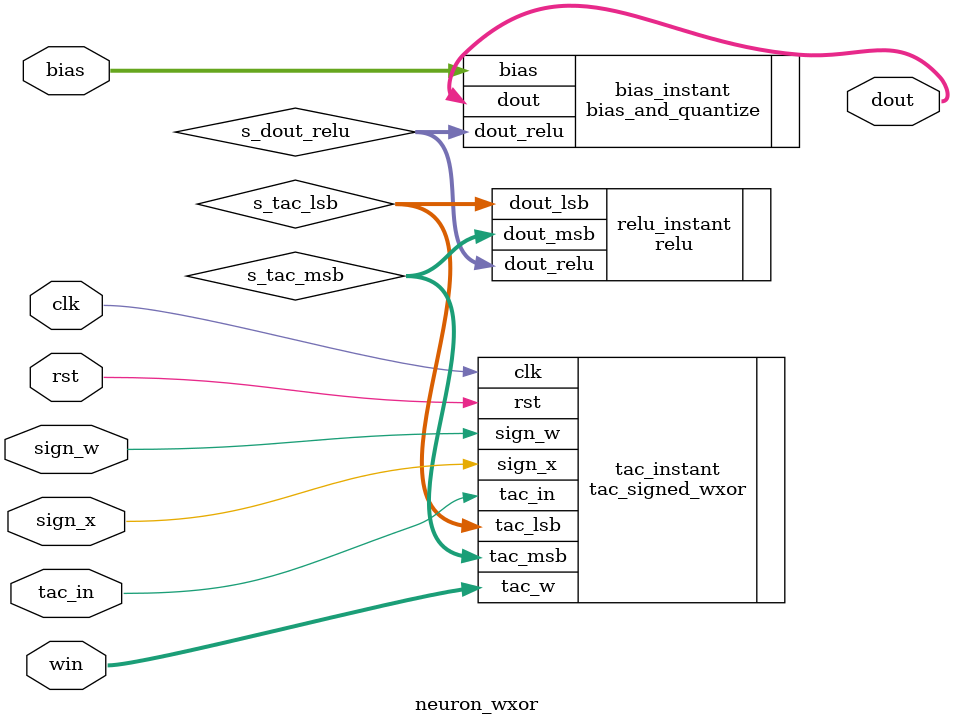
<source format=v>


// The result of translation follows.  Its copyright status should be
// considered unchanged from the original VHDL.

// no timescale needed

module neuron_wxor(
input wire tac_in,
input wire sign_x,
input wire sign_w,
input wire [7:0] win,
input wire [7:0] bias,
output wire [7:0] dout,
input wire clk,
input wire rst
);




wire [11:0] s_tac_lsb;
wire [5:0] s_tac_msb;
wire [17:0] s_dout_relu;

  tac_signed_wxor tac_instant(
      .tac_w(win),
    .tac_in(tac_in),
    .tac_lsb(s_tac_lsb),
    .tac_msb(s_tac_msb),
    .sign_x(sign_x),
    .sign_w(sign_w),
    .clk(clk),
    .rst(rst));

  relu relu_instant(
      .dout_msb(s_tac_msb),
    .dout_lsb(s_tac_lsb),
    .dout_relu(s_dout_relu));

  bias_and_quantize bias_instant(
      .dout_relu(s_dout_relu),
    .bias(bias),
    .dout(dout));


endmodule

</source>
